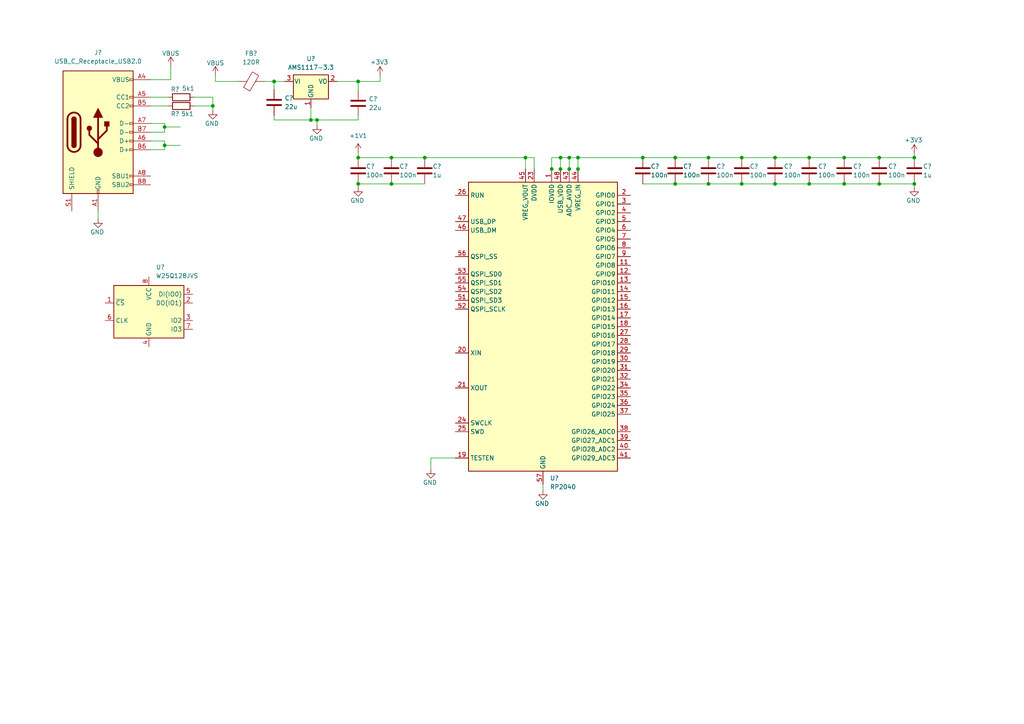
<source format=kicad_sch>
(kicad_sch (version 20211123) (generator eeschema)
  (paper "A4")
  (lib_symbols
    (symbol "Connector:USB_C_Receptacle_USB2.0" (pin_names (offset 1.016))
      (property "Reference" "J" (at -10.16 19.05 0))
      (property "Value" "USB_C_Receptacle_USB2.0" (at 19.05 19.05 0))
      (symbol "USB_C_Receptacle_USB2.0_0_0"
        (rectangle (start -0.254 -17.78) (end 0.254 -16.764))
        (rectangle (start 10.16 -14.986) (end 9.144 -15.494))
        (rectangle (start 10.16 -12.446) (end 9.144 -12.954))
        (rectangle (start 10.16 -4.826) (end 9.144 -5.334))
        (rectangle (start 10.16 -2.286) (end 9.144 -2.794))
        (rectangle (start 10.16 0.254) (end 9.144 -0.254))
        (rectangle (start 10.16 2.794) (end 9.144 2.286))
        (rectangle (start 10.16 7.874) (end 9.144 7.366))
        (rectangle (start 10.16 10.414) (end 9.144 9.906))
        (rectangle (start 10.16 15.494) (end 9.144 14.986))
      )
      (symbol "USB_C_Receptacle_USB2.0_0_1"
        (rectangle (start -10.16 17.78) (end 10.16 -17.78) (stroke (width 0.254)) (fill (type background)))
        (arc (start -8.89 -3.81) (mid -6.985 -5.715) (end -5.08 -3.81) (stroke (width 0.508)))
        (arc (start -7.62 -3.81) (mid -6.985 -4.445) (end -6.35 -3.81) (stroke (width 0.254)))
        (arc (start -7.62 -3.81) (mid -6.985 -4.445) (end -6.35 -3.81) (stroke (width 0.254)) (fill (type outline)))
        (rectangle (start -7.62 -3.81) (end -6.35 3.81) (stroke (width 0.254)) (fill (type outline)))
        (arc (start -6.35 3.81) (mid -6.985 4.445) (end -7.62 3.81) (stroke (width 0.254)))
        (arc (start -6.35 3.81) (mid -6.985 4.445) (end -7.62 3.81) (stroke (width 0.254)) (fill (type outline)))
        (arc (start -5.08 3.81) (mid -6.985 5.715) (end -8.89 3.81) (stroke (width 0.508)))
        (circle (center -2.54 1.143) (radius 0.635) (stroke (width 0.254)) (fill (type outline)))
        (circle (center 0 -5.842) (radius 1.27) (fill (type outline)))
        (polyline (pts (xy -8.89 -3.81) (xy -8.89 3.81)) (stroke (width 0.508)))
        (polyline (pts (xy -5.08 3.81) (xy -5.08 -3.81)) (stroke (width 0.508)))
        (polyline (pts (xy 0 -5.842) (xy 0 4.318)) (stroke (width 0.508)))
        (polyline (pts (xy 0 -3.302) (xy -2.54 -0.762) (xy -2.54 0.508)) (stroke (width 0.508)))
        (polyline (pts (xy 0 -2.032) (xy 2.54 0.508) (xy 2.54 1.778)) (stroke (width 0.508)))
        (polyline (pts (xy -1.27 4.318) (xy 0 6.858) (xy 1.27 4.318) (xy -1.27 4.318)) (stroke (width 0.254)) (fill (type outline)))
        (rectangle (start 1.905 1.778) (end 3.175 3.048) (stroke (width 0.254)) (fill (type outline)))
      )
      (symbol "USB_C_Receptacle_USB2.0_1_1"
        (pin passive line (at 0 -22.86 90) (length 5.08) (name "GND") (number "A1"))
        (pin passive line (at 0 -22.86 90) (length 5.08) hide (name "GND") (number "A12"))
        (pin passive line (at 15.24 15.24 180) (length 5.08) (name "VBUS") (number "A4"))
        (pin bidirectional line (at 15.24 10.16 180) (length 5.08) (name "CC1") (number "A5"))
        (pin bidirectional line (at 15.24 -2.54 180) (length 5.08) (name "D+") (number "A6"))
        (pin bidirectional line (at 15.24 2.54 180) (length 5.08) (name "D-") (number "A7"))
        (pin bidirectional line (at 15.24 -12.7 180) (length 5.08) (name "SBU1") (number "A8"))
        (pin passive line (at 15.24 15.24 180) (length 5.08) hide (name "VBUS") (number "A9"))
        (pin passive line (at 0 -22.86 90) (length 5.08) hide (name "GND") (number "B1"))
        (pin passive line (at 0 -22.86 90) (length 5.08) hide (name "GND") (number "B12"))
        (pin passive line (at 15.24 15.24 180) (length 5.08) hide (name "VBUS") (number "B4"))
        (pin bidirectional line (at 15.24 7.62 180) (length 5.08) (name "CC2") (number "B5"))
        (pin bidirectional line (at 15.24 -5.08 180) (length 5.08) (name "D+") (number "B6"))
        (pin bidirectional line (at 15.24 0 180) (length 5.08) (name "D-") (number "B7"))
        (pin bidirectional line (at 15.24 -15.24 180) (length 5.08) (name "SBU2") (number "B8"))
        (pin passive line (at 15.24 15.24 180) (length 5.08) hide (name "VBUS") (number "B9"))
        (pin passive line (at -7.62 -22.86 90) (length 5.08) (name "SHIELD") (number "S1"))
      )
    )
    (symbol "Device:C" (pin_numbers hide) (pin_names (offset 0.254))
      (property "Reference" "C" (at 0.635 2.54 0))
      (property "Value" "C" (at 0.635 -2.54 0))
      (symbol "C_0_1"
        (polyline (pts (xy -2.032 -0.762) (xy 2.032 -0.762)) (stroke (width 0.508)))
        (polyline (pts (xy -2.032 0.762) (xy 2.032 0.762)) (stroke (width 0.508)))
      )
      (symbol "C_1_1"
        (pin passive line (at 0 3.81 270) (length 2.794) (name "~") (number "1"))
        (pin passive line (at 0 -3.81 90) (length 2.794) (name "~") (number "2"))
      )
    )
    (symbol "Device:FerriteBead" (pin_numbers hide) (pin_names (offset 0))
      (property "Reference" "FB" (at -3.81 0.635 90))
      (property "Value" "FerriteBead" (at 3.81 0 90))
      (symbol "FerriteBead_0_1"
        (polyline (pts (xy 0 -1.27) (xy 0 -1.2192)))
        (polyline (pts (xy 0 1.27) (xy 0 1.2954)))
        (polyline (pts (xy -2.7686 0.4064) (xy -1.7018 2.2606) (xy 2.7686 -0.3048) (xy 1.6764 -2.159) (xy -2.7686 0.4064)))
      )
      (symbol "FerriteBead_1_1"
        (pin passive line (at 0 3.81 270) (length 2.54) (name "~") (number "1"))
        (pin passive line (at 0 -3.81 90) (length 2.54) (name "~") (number "2"))
      )
    )
    (symbol "Device:R" (pin_numbers hide) (pin_names (offset 0))
      (property "Reference" "R" (at 2.032 0 90))
      (property "Value" "R" (at 0 0 90))
      (symbol "R_0_1"
        (rectangle (start -1.016 -2.54) (end 1.016 2.54) (stroke (width 0.254)))
      )
      (symbol "R_1_1"
        (pin passive line (at 0 3.81 270) (length 1.27) (name "~") (number "1"))
        (pin passive line (at 0 -3.81 90) (length 1.27) (name "~") (number "2"))
      )
    )
    (symbol "MCU_RaspberryPi:RP2040"
      (property "Reference" "U" (at 17.78 45.72 0))
      (property "Value" "RP2040" (at 17.78 43.18 0))
      (symbol "RP2040_0_1"
        (rectangle (start -21.59 41.91) (end 21.59 -41.91) (stroke (width 0.254)) (fill (type background)))
      )
      (symbol "RP2040_1_1"
        (pin power_in line (at 2.54 45.72 270) (length 3.81) (name "IOVDD") (number "1"))
        (pin passive line (at 2.54 45.72 270) (length 3.81) hide (name "IOVDD") (number "10"))
        (pin bidirectional line (at 25.4 17.78 180) (length 3.81) (name "GPIO8") (number "11"))
        (pin bidirectional line (at 25.4 15.24 180) (length 3.81) (name "GPIO9") (number "12"))
        (pin bidirectional line (at 25.4 12.7 180) (length 3.81) (name "GPIO10") (number "13"))
        (pin bidirectional line (at 25.4 10.16 180) (length 3.81) (name "GPIO11") (number "14"))
        (pin bidirectional line (at 25.4 7.62 180) (length 3.81) (name "GPIO12") (number "15"))
        (pin bidirectional line (at 25.4 5.08 180) (length 3.81) (name "GPIO13") (number "16"))
        (pin bidirectional line (at 25.4 2.54 180) (length 3.81) (name "GPIO14") (number "17"))
        (pin bidirectional line (at 25.4 0 180) (length 3.81) (name "GPIO15") (number "18"))
        (pin input line (at -25.4 -38.1 0) (length 3.81) (name "TESTEN") (number "19"))
        (pin bidirectional line (at 25.4 38.1 180) (length 3.81) (name "GPIO0") (number "2"))
        (pin input line (at -25.4 -7.62 0) (length 3.81) (name "XIN") (number "20"))
        (pin passive line (at -25.4 -17.78 0) (length 3.81) (name "XOUT") (number "21"))
        (pin passive line (at 2.54 45.72 270) (length 3.81) hide (name "IOVDD") (number "22"))
        (pin power_in line (at -2.54 45.72 270) (length 3.81) (name "DVDD") (number "23"))
        (pin output line (at -25.4 -27.94 0) (length 3.81) (name "SWCLK") (number "24"))
        (pin bidirectional line (at -25.4 -30.48 0) (length 3.81) (name "SWD") (number "25"))
        (pin input line (at -25.4 38.1 0) (length 3.81) (name "RUN") (number "26"))
        (pin bidirectional line (at 25.4 -2.54 180) (length 3.81) (name "GPIO16") (number "27"))
        (pin bidirectional line (at 25.4 -5.08 180) (length 3.81) (name "GPIO17") (number "28"))
        (pin bidirectional line (at 25.4 -7.62 180) (length 3.81) (name "GPIO18") (number "29"))
        (pin bidirectional line (at 25.4 35.56 180) (length 3.81) (name "GPIO1") (number "3"))
        (pin bidirectional line (at 25.4 -10.16 180) (length 3.81) (name "GPIO19") (number "30"))
        (pin bidirectional line (at 25.4 -12.7 180) (length 3.81) (name "GPIO20") (number "31"))
        (pin bidirectional line (at 25.4 -15.24 180) (length 3.81) (name "GPIO21") (number "32"))
        (pin passive line (at 2.54 45.72 270) (length 3.81) hide (name "IOVDD") (number "33"))
        (pin bidirectional line (at 25.4 -17.78 180) (length 3.81) (name "GPIO22") (number "34"))
        (pin bidirectional line (at 25.4 -20.32 180) (length 3.81) (name "GPIO23") (number "35"))
        (pin bidirectional line (at 25.4 -22.86 180) (length 3.81) (name "GPIO24") (number "36"))
        (pin bidirectional line (at 25.4 -25.4 180) (length 3.81) (name "GPIO25") (number "37"))
        (pin bidirectional line (at 25.4 -30.48 180) (length 3.81) (name "GPIO26_ADC0") (number "38"))
        (pin bidirectional line (at 25.4 -33.02 180) (length 3.81) (name "GPIO27_ADC1") (number "39"))
        (pin bidirectional line (at 25.4 33.02 180) (length 3.81) (name "GPIO2") (number "4"))
        (pin bidirectional line (at 25.4 -35.56 180) (length 3.81) (name "GPIO28_ADC2") (number "40"))
        (pin bidirectional line (at 25.4 -38.1 180) (length 3.81) (name "GPIO29_ADC3") (number "41"))
        (pin passive line (at 2.54 45.72 270) (length 3.81) hide (name "IOVDD") (number "42"))
        (pin power_in line (at 7.62 45.72 270) (length 3.81) (name "ADC_AVDD") (number "43"))
        (pin power_in line (at 10.16 45.72 270) (length 3.81) (name "VREG_IN") (number "44"))
        (pin power_out line (at -5.08 45.72 270) (length 3.81) (name "VREG_VOUT") (number "45"))
        (pin bidirectional line (at -25.4 27.94 0) (length 3.81) (name "USB_DM") (number "46"))
        (pin bidirectional line (at -25.4 30.48 0) (length 3.81) (name "USB_DP") (number "47"))
        (pin power_in line (at 5.08 45.72 270) (length 3.81) (name "USB_VDD") (number "48"))
        (pin passive line (at 2.54 45.72 270) (length 3.81) hide (name "IOVDD") (number "49"))
        (pin bidirectional line (at 25.4 30.48 180) (length 3.81) (name "GPIO3") (number "5"))
        (pin passive line (at -2.54 45.72 270) (length 3.81) hide (name "DVDD") (number "50"))
        (pin bidirectional line (at -25.4 7.62 0) (length 3.81) (name "QSPI_SD3") (number "51"))
        (pin output line (at -25.4 5.08 0) (length 3.81) (name "QSPI_SCLK") (number "52"))
        (pin bidirectional line (at -25.4 15.24 0) (length 3.81) (name "QSPI_SD0") (number "53"))
        (pin bidirectional line (at -25.4 10.16 0) (length 3.81) (name "QSPI_SD2") (number "54"))
        (pin bidirectional line (at -25.4 12.7 0) (length 3.81) (name "QSPI_SD1") (number "55"))
        (pin bidirectional line (at -25.4 20.32 0) (length 3.81) (name "QSPI_SS") (number "56"))
        (pin power_in line (at 0 -45.72 90) (length 3.81) (name "GND") (number "57"))
        (pin bidirectional line (at 25.4 27.94 180) (length 3.81) (name "GPIO4") (number "6"))
        (pin bidirectional line (at 25.4 25.4 180) (length 3.81) (name "GPIO5") (number "7"))
        (pin bidirectional line (at 25.4 22.86 180) (length 3.81) (name "GPIO6") (number "8"))
        (pin bidirectional line (at 25.4 20.32 180) (length 3.81) (name "GPIO7") (number "9"))
      )
    )
    (symbol "Memory_Flash:W25Q128JVS"
      (property "Reference" "U" (at -8.89 8.89 0))
      (property "Value" "W25Q128JVS" (at 7.62 8.89 0))
      (symbol "W25Q128JVS_0_1"
        (rectangle (start -10.16 7.62) (end 10.16 -7.62) (stroke (width 0.254)) (fill (type background)))
      )
      (symbol "W25Q128JVS_1_1"
        (pin input line (at -12.7 2.54 0) (length 2.54) (name "~{CS}") (number "1"))
        (pin bidirectional line (at 12.7 2.54 180) (length 2.54) (name "DO(IO1)") (number "2"))
        (pin bidirectional line (at 12.7 -2.54 180) (length 2.54) (name "IO2") (number "3"))
        (pin power_in line (at 0 -10.16 90) (length 2.54) (name "GND") (number "4"))
        (pin bidirectional line (at 12.7 5.08 180) (length 2.54) (name "DI(IO0)") (number "5"))
        (pin input line (at -12.7 -2.54 0) (length 2.54) (name "CLK") (number "6"))
        (pin bidirectional line (at 12.7 -5.08 180) (length 2.54) (name "IO3") (number "7"))
        (pin power_in line (at 0 10.16 270) (length 2.54) (name "VCC") (number "8"))
      )
    )
    (symbol "Regulator_Linear:AMS1117-3.3" (pin_names (offset 0.254))
      (property "Reference" "U" (at -3.81 3.175 0))
      (property "Value" "AMS1117-3.3" (at 0 3.175 0))
      (symbol "AMS1117-3.3_0_1"
        (rectangle (start -5.08 -5.08) (end 5.08 1.905) (stroke (width 0.254)) (fill (type background)))
      )
      (symbol "AMS1117-3.3_1_1"
        (pin power_in line (at 0 -7.62 90) (length 2.54) (name "GND") (number "1"))
        (pin power_out line (at 7.62 0 180) (length 2.54) (name "VO") (number "2"))
        (pin power_in line (at -7.62 0 0) (length 2.54) (name "VI") (number "3"))
      )
    )
    (symbol "power:+1V1" (power) (pin_names (offset 0))
      (property "Value" "+1V1" (at 0 3.556 0))
      (symbol "+1V1_0_1"
        (polyline (pts (xy -0.762 1.27) (xy 0 2.54)))
        (polyline (pts (xy 0 0) (xy 0 2.54)))
        (polyline (pts (xy 0 2.54) (xy 0.762 1.27)))
      )
      (symbol "+1V1_1_1"
        (pin power_in line (at 0 0 90) (length 0) hide (name "+1V1") (number "1"))
      )
    )
    (symbol "power:+3V3" (power) (pin_names (offset 0))
      (property "Value" "+3V3" (at 0 3.556 0))
      (symbol "+3V3_0_1"
        (polyline (pts (xy -0.762 1.27) (xy 0 2.54)))
        (polyline (pts (xy 0 0) (xy 0 2.54)))
        (polyline (pts (xy 0 2.54) (xy 0.762 1.27)))
      )
      (symbol "+3V3_1_1"
        (pin power_in line (at 0 0 90) (length 0) hide (name "+3V3") (number "1"))
      )
    )
    (symbol "power:GND" (power) (pin_names (offset 0))
      (property "Value" "GND" (at 0 -3.81 0))
      (symbol "GND_0_1"
        (polyline (pts (xy 0 0) (xy 0 -1.27) (xy 1.27 -1.27) (xy 0 -2.54) (xy -1.27 -1.27) (xy 0 -1.27)))
      )
      (symbol "GND_1_1"
        (pin power_in line (at 0 0 270) (length 0) hide (name "GND") (number "1"))
      )
    )
    (symbol "power:VBUS" (power) (pin_names (offset 0))
      (property "Value" "VBUS" (at 0 3.81 0))
      (symbol "VBUS_0_1"
        (polyline (pts (xy -0.762 1.27) (xy 0 2.54)))
        (polyline (pts (xy 0 0) (xy 0 2.54)))
        (polyline (pts (xy 0 2.54) (xy 0.762 1.27)))
      )
      (symbol "VBUS_1_1"
        (pin power_in line (at 0 0 90) (length 0) hide (name "VBUS") (number "1"))
      )
    )
  )
  (junction (at 162.56 45.72))
  (junction (at 113.538 53.34))
  (junction (at 113.538 45.72))
  (junction (at 103.886 53.34))
  (junction (at 152.4 45.72))
  (junction (at 205.486 53.34))
  (junction (at 103.886 23.622))
  (junction (at 61.722 30.734))
  (junction (at 167.64 45.72))
  (junction (at 224.79 53.34))
  (junction (at 160.02 49.022))
  (junction (at 47.752 36.83))
  (junction (at 265.176 53.34))
  (junction (at 195.834 45.72))
  (junction (at 90.17 34.798))
  (junction (at 123.19 45.72))
  (junction (at 167.64 49.022))
  (junction (at 205.486 45.72))
  (junction (at 195.834 53.34))
  (junction (at 79.502 23.622))
  (junction (at 265.176 45.72))
  (junction (at 165.1 49.022))
  (junction (at 215.138 53.34))
  (junction (at 234.696 53.34))
  (junction (at 215.138 45.72))
  (junction (at 91.948 34.798))
  (junction (at 224.79 45.72))
  (junction (at 244.856 45.72))
  (junction (at 255.016 53.34))
  (junction (at 162.56 49.022))
  (junction (at 244.856 53.34))
  (junction (at 103.886 45.72))
  (junction (at 186.436 45.72))
  (junction (at 165.1 45.72))
  (junction (at 234.696 45.72))
  (junction (at 255.016 45.72))
  (junction (at 47.752 42.164))
  (wire (pts (xy 160.02 49.276) (xy 160.02 49.022)))
  (wire (pts (xy 160.02 45.72) (xy 162.56 45.72)))
  (wire (pts (xy 61.722 30.734) (xy 61.722 32.004)))
  (wire (pts (xy 47.752 38.354) (xy 43.688 38.354)))
  (wire (pts (xy 49.53 23.114) (xy 49.53 19.05)))
  (wire (pts (xy 165.1 45.72) (xy 165.1 49.022)))
  (wire (pts (xy 205.486 53.34) (xy 215.138 53.34)))
  (wire (pts (xy 255.016 45.72) (xy 265.176 45.72)))
  (wire (pts (xy 265.176 53.34) (xy 265.176 54.356)))
  (wire (pts (xy 195.834 53.34) (xy 205.486 53.34)))
  (wire (pts (xy 152.4 45.72) (xy 123.19 45.72)))
  (wire (pts (xy 28.448 61.214) (xy 28.448 63.5)))
  (wire (pts (xy 215.138 53.34) (xy 224.79 53.34)))
  (wire (pts (xy 47.752 36.83) (xy 52.324 36.83)))
  (wire (pts (xy 244.856 53.34) (xy 255.016 53.34)))
  (wire (pts (xy 165.1 49.276) (xy 165.1 49.022)))
  (wire (pts (xy 47.752 43.434) (xy 43.688 43.434)))
  (wire (pts (xy 79.502 23.622) (xy 82.55 23.622)))
  (wire (pts (xy 244.856 45.72) (xy 255.016 45.72)))
  (wire (pts (xy 103.886 44.196) (xy 103.886 45.72)))
  (wire (pts (xy 160.02 49.022) (xy 160.02 45.72)))
  (wire (pts (xy 152.4 45.72) (xy 152.4 49.022)))
  (wire (pts (xy 103.886 23.622) (xy 110.236 23.622)))
  (wire (pts (xy 113.538 53.34) (xy 123.19 53.34)))
  (wire (pts (xy 47.752 40.894) (xy 47.752 42.164)))
  (wire (pts (xy 103.886 34.798) (xy 103.886 33.782)))
  (wire (pts (xy 132.08 132.842) (xy 124.968 132.842)))
  (wire (pts (xy 56.388 30.734) (xy 61.722 30.734)))
  (wire (pts (xy 90.17 31.242) (xy 90.17 34.798)))
  (wire (pts (xy 157.48 140.462) (xy 157.48 142.24)))
  (wire (pts (xy 43.688 28.194) (xy 48.768 28.194)))
  (wire (pts (xy 47.752 36.83) (xy 47.752 38.354)))
  (wire (pts (xy 167.64 49.276) (xy 167.64 49.022)))
  (wire (pts (xy 43.688 23.114) (xy 49.53 23.114)))
  (wire (pts (xy 224.79 53.34) (xy 234.696 53.34)))
  (wire (pts (xy 76.708 23.622) (xy 79.502 23.622)))
  (wire (pts (xy 205.486 45.72) (xy 215.138 45.72)))
  (wire (pts (xy 79.502 34.798) (xy 90.17 34.798)))
  (wire (pts (xy 97.79 23.622) (xy 103.886 23.622)))
  (wire (pts (xy 195.834 45.72) (xy 205.486 45.72)))
  (wire (pts (xy 103.886 53.34) (xy 113.538 53.34)))
  (wire (pts (xy 103.886 23.622) (xy 103.886 26.162)))
  (wire (pts (xy 154.94 45.72) (xy 152.4 45.72)))
  (wire (pts (xy 62.484 23.622) (xy 69.088 23.622)))
  (wire (pts (xy 234.696 45.72) (xy 244.856 45.72)))
  (wire (pts (xy 186.436 53.34) (xy 195.834 53.34)))
  (wire (pts (xy 47.752 42.164) (xy 47.752 43.434)))
  (wire (pts (xy 91.948 34.798) (xy 103.886 34.798)))
  (wire (pts (xy 47.752 42.164) (xy 52.324 42.164)))
  (wire (pts (xy 61.722 28.194) (xy 61.722 30.734)))
  (wire (pts (xy 91.948 34.798) (xy 91.948 36.322)))
  (wire (pts (xy 186.436 45.72) (xy 195.834 45.72)))
  (wire (pts (xy 43.688 35.814) (xy 47.752 35.814)))
  (wire (pts (xy 215.138 45.72) (xy 224.79 45.72)))
  (wire (pts (xy 162.56 45.72) (xy 162.56 49.022)))
  (wire (pts (xy 167.64 45.72) (xy 186.436 45.72)))
  (wire (pts (xy 162.56 45.72) (xy 165.1 45.72)))
  (wire (pts (xy 47.752 35.814) (xy 47.752 36.83)))
  (wire (pts (xy 43.688 30.734) (xy 48.768 30.734)))
  (wire (pts (xy 90.17 34.798) (xy 91.948 34.798)))
  (wire (pts (xy 103.886 45.72) (xy 113.538 45.72)))
  (wire (pts (xy 154.94 45.72) (xy 154.94 49.022)))
  (wire (pts (xy 265.176 44.45) (xy 265.176 45.72)))
  (wire (pts (xy 255.016 53.34) (xy 265.176 53.34)))
  (wire (pts (xy 56.388 28.194) (xy 61.722 28.194)))
  (wire (pts (xy 167.64 49.022) (xy 167.64 45.72)))
  (wire (pts (xy 43.688 40.894) (xy 47.752 40.894)))
  (wire (pts (xy 79.502 33.528) (xy 79.502 34.798)))
  (wire (pts (xy 103.886 53.34) (xy 103.886 54.356)))
  (wire (pts (xy 79.502 23.622) (xy 79.502 25.908)))
  (wire (pts (xy 113.538 45.72) (xy 123.19 45.72)))
  (wire (pts (xy 162.56 49.276) (xy 162.56 49.022)))
  (wire (pts (xy 234.696 53.34) (xy 244.856 53.34)))
  (wire (pts (xy 110.236 23.622) (xy 110.236 21.844)))
  (wire (pts (xy 124.968 132.842) (xy 124.968 136.144)))
  (wire (pts (xy 165.1 45.72) (xy 167.64 45.72)))
  (wire (pts (xy 224.79 45.72) (xy 234.696 45.72)))
  (wire (pts (xy 62.484 21.844) (xy 62.484 23.622)))
  (symbol (lib_id "Device:C") (at 244.856 49.53 0) (unit 1)
    (property "Reference" "C?" (at 247.396 48.26 0) (effects (justify left)))
    (property "Value" "100n" (at 247.396 50.8 0) (effects (justify left)))
  )
  (symbol (lib_id "Device:C") (at 195.834 49.53 0) (unit 1)
    (property "Reference" "C?" (at 198.12 48.26 0) (effects (justify left)))
    (property "Value" "100n" (at 198.12 50.8 0) (effects (justify left)))
  )
  (symbol (lib_id "power:VBUS") (at 49.53 19.05 0) (unit 1)
    (property "Reference" "#PWR?" (effects hide))
    (property "Value" "VBUS" (at 49.53 15.494 0))
  )
  (symbol (lib_id "Device:FerriteBead") (at 72.898 23.622 90) (unit 1)
    (property "Reference" "FB?" (at 72.8472 15.494 90))
    (property "Value" "120R" (at 72.8472 18.034 90))
  )
  (symbol (lib_id "power:GND") (at 28.448 63.5 0) (unit 1)
    (property "Reference" "#PWR?" (effects hide))
    (property "Value" "GND" (at 28.194 67.31 0))
  )
  (symbol (lib_id "MCU_RaspberryPi:RP2040") (at 157.48 94.742 0) (unit 1)
    (property "Reference" "U?" (at 159.4994 138.684 0) (effects (justify left)))
    (property "Value" "RP2040" (at 159.4994 141.224 0) (effects (justify left)))
    (property "Footprint" "Package_DFN_QFN:QFN-56-1EP_7x7mm_P0.4mm_EP3.2x3.2mm" (effects hide))
    (property "Datasheet" "https://datasheets.raspberrypi.com/rp2040/rp2040-datasheet.pdf" (effects hide))
  )
  (symbol (lib_id "Device:C") (at 79.502 29.718 0) (unit 1)
    (property "Reference" "C?" (at 82.55 28.4479 0) (effects (justify left)))
    (property "Value" "22u" (at 82.55 30.9879 0) (effects (justify left)))
  )
  (symbol (lib_id "power:GND") (at 265.176 54.356 0) (unit 1)
    (property "Reference" "#PWR?" (effects hide))
    (property "Value" "GND" (at 264.922 58.166 0))
  )
  (symbol (lib_id "power:VBUS") (at 62.484 21.844 0) (unit 1)
    (property "Reference" "#PWR?" (effects hide))
    (property "Value" "VBUS" (at 62.484 18.288 0))
  )
  (symbol (lib_id "Device:C") (at 123.19 49.53 0) (unit 1)
    (property "Reference" "C?" (at 125.476 48.26 0) (effects (justify left)))
    (property "Value" "1u" (at 125.476 50.8 0) (effects (justify left)))
  )
  (symbol (lib_id "Device:C") (at 186.436 49.53 0) (unit 1)
    (property "Reference" "C?" (at 188.722 48.26 0) (effects (justify left)))
    (property "Value" "100n" (at 188.722 50.8 0) (effects (justify left)))
  )
  (symbol (lib_id "power:GND") (at 124.968 136.144 0) (unit 1)
    (property "Reference" "#PWR?" (effects hide))
    (property "Value" "GND" (at 124.714 139.954 0))
  )
  (symbol (lib_id "Device:C") (at 103.886 49.53 0) (unit 1)
    (property "Reference" "C?" (at 106.172 48.26 0) (effects (justify left)))
    (property "Value" "100n" (at 106.172 50.8 0) (effects (justify left)))
  )
  (symbol (lib_id "Regulator_Linear:AMS1117-3.3") (at 90.17 23.622 0) (unit 1)
    (property "Reference" "U?" (at 90.17 17.018 0))
    (property "Value" "AMS1117-3.3" (at 90.17 19.558 0))
    (property "Footprint" "Package_TO_SOT_SMD:SOT-223-3_TabPin2" (effects hide))
    (property "Datasheet" "http://www.advanced-monolithic.com/pdf/ds1117.pdf" (effects hide))
  )
  (symbol (lib_id "power:GND") (at 157.48 142.24 0) (unit 1)
    (property "Reference" "#PWR?" (effects hide))
    (property "Value" "GND" (at 157.226 146.05 0))
  )
  (symbol (lib_id "power:GND") (at 103.886 54.356 0) (unit 1)
    (property "Reference" "#PWR?" (effects hide))
    (property "Value" "GND" (at 103.632 58.166 0))
  )
  (symbol (lib_id "Device:R") (at 52.578 30.734 90) (unit 1)
    (property "Reference" "R?" (at 50.8 33.02 90))
    (property "Value" "5k1" (at 54.356 33.02 90))
  )
  (symbol (lib_id "Memory_Flash:W25Q128JVS") (at 43.18 90.424 0) (unit 1)
    (property "Reference" "U?" (at 45.1994 77.47 0) (effects (justify left)))
    (property "Value" "W25Q128JVS" (at 45.1994 80.01 0) (effects (justify left)))
    (property "Footprint" "Package_SO:SOIC-8_5.23x5.23mm_P1.27mm" (effects hide))
    (property "Datasheet" "http://www.winbond.com/resource-files/w25q128jv_dtr%20revc%2003272018%20plus.pdf" (effects hide))
  )
  (symbol (lib_id "Device:C") (at 215.138 49.53 0) (unit 1)
    (property "Reference" "C?" (at 217.424 48.26 0) (effects (justify left)))
    (property "Value" "100n" (at 217.424 50.8 0) (effects (justify left)))
  )
  (symbol (lib_id "power:+3V3") (at 265.176 44.45 0) (unit 1)
    (property "Reference" "#PWR?" (effects hide))
    (property "Value" "+3V3" (at 264.922 40.64 0))
  )
  (symbol (lib_id "power:+1V1") (at 103.886 44.196 0) (unit 1)
    (property "Reference" "#PWR?" (effects hide))
    (property "Value" "+1V1" (at 103.886 39.37 0))
  )
  (symbol (lib_id "power:GND") (at 61.722 32.004 0) (unit 1)
    (property "Reference" "#PWR?" (effects hide))
    (property "Value" "GND" (at 61.468 35.814 0))
  )
  (symbol (lib_id "Device:C") (at 224.79 49.53 0) (unit 1)
    (property "Reference" "C?" (at 227.33 48.26 0) (effects (justify left)))
    (property "Value" "100n" (at 227.33 50.8 0) (effects (justify left)))
  )
  (symbol (lib_id "Device:C") (at 103.886 29.972 0) (unit 1)
    (property "Reference" "C?" (at 106.934 28.7019 0) (effects (justify left)))
    (property "Value" "22u" (at 106.934 31.2419 0) (effects (justify left)))
  )
  (symbol (lib_id "Device:C") (at 234.696 49.53 0) (unit 1)
    (property "Reference" "C?" (at 237.236 48.26 0) (effects (justify left)))
    (property "Value" "100n" (at 237.236 50.8 0) (effects (justify left)))
  )
  (symbol (lib_id "Device:C") (at 265.176 49.53 0) (unit 1)
    (property "Reference" "C?" (at 267.716 48.26 0) (effects (justify left)))
    (property "Value" "1u" (at 267.716 50.8 0) (effects (justify left)))
  )
  (symbol (lib_id "Device:C") (at 255.016 49.53 0) (unit 1)
    (property "Reference" "C?" (at 257.556 48.26 0) (effects (justify left)))
    (property "Value" "100n" (at 257.556 50.8 0) (effects (justify left)))
  )
  (symbol (lib_id "Connector:USB_C_Receptacle_USB2.0") (at 28.448 38.354 0) (unit 1)
    (property "Reference" "J?" (at 28.448 15.24 0))
    (property "Value" "USB_C_Receptacle_USB2.0" (at 28.448 17.78 0))
    (property "Datasheet" "https://www.usb.org/sites/default/files/documents/usb_type-c.zip" (effects hide))
  )
  (symbol (lib_id "Device:C") (at 205.486 49.53 0) (unit 1)
    (property "Reference" "C?" (at 207.772 48.26 0) (effects (justify left)))
    (property "Value" "100n" (at 207.772 50.8 0) (effects (justify left)))
  )
  (symbol (lib_id "Device:C") (at 113.538 49.53 0) (unit 1)
    (property "Reference" "C?" (at 115.824 48.26 0) (effects (justify left)))
    (property "Value" "100n" (at 115.824 50.8 0) (effects (justify left)))
  )
  (symbol (lib_id "power:GND") (at 91.948 36.322 0) (unit 1)
    (property "Reference" "#PWR?" (effects hide))
    (property "Value" "GND" (at 91.694 40.132 0))
  )
  (symbol (lib_id "power:+3V3") (at 110.236 21.844 0) (unit 1)
    (property "Reference" "#PWR?" (effects hide))
    (property "Value" "+3V3" (at 109.982 18.034 0))
  )
  (symbol (lib_id "Device:R") (at 52.578 28.194 90) (unit 1)
    (property "Reference" "R?" (at 50.8 25.908 90))
    (property "Value" "5k1" (at 54.61 25.654 90))
  )
)
</source>
